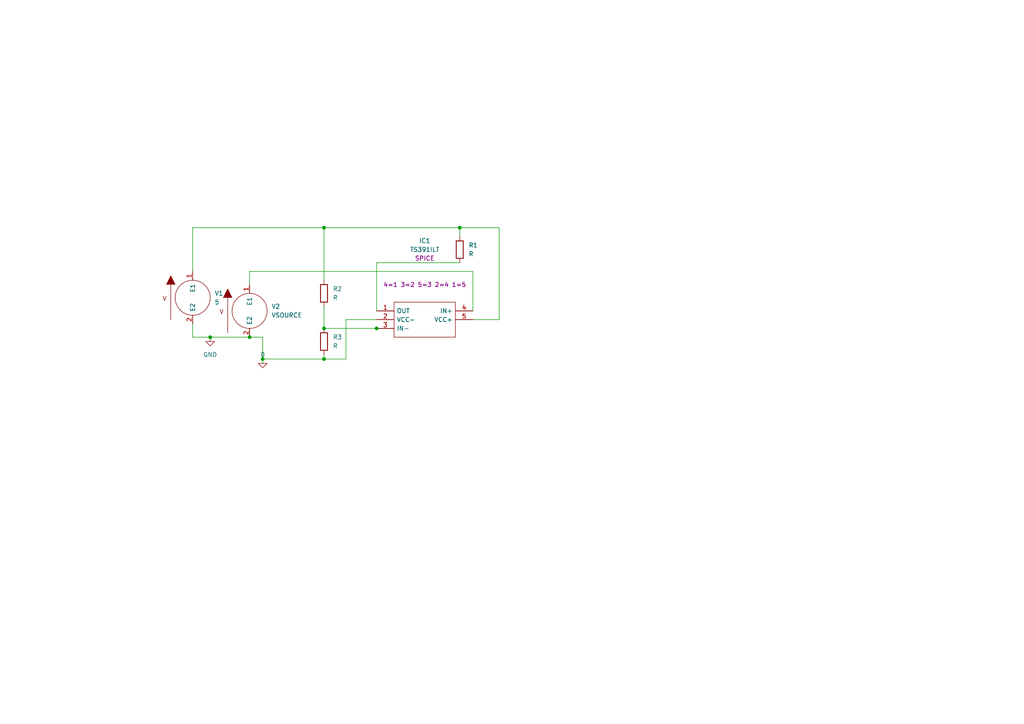
<source format=kicad_sch>
(kicad_sch (version 20211123) (generator eeschema)
  (paper "A4")
  (lib_symbols
    (symbol "Device:R" (pin_numbers hide) (pin_names (offset 0))
      (property "Reference" "R" (at 2.032 0 90))
      (property "Value" "R" (at 0 0 90))
      (symbol "R_0_1"
        (rectangle (start -1.016 -2.54) (end 1.016 2.54) (stroke (width 0.254)))
      )
      (symbol "R_1_1"
        (pin passive line (at 0 3.81 270) (length 1.27) (name "~") (number "1"))
        (pin passive line (at 0 -3.81 90) (length 1.27) (name "~") (number "2"))
      )
    )
    (symbol "EPSA_Lib:TS391ILT" (pin_names (offset 0.762))
      (property "Reference" "IC" (at 38.1 7.62 0))
      (property "Value" "TS391ILT" (at 38.1 5.08 0))
      (property "Spice_Primitive" "X" (at 38.1 7.62 0))
      (property "Spice_Model" "TS391" (at 38.1 7.62 0))
      (property "Spice_Netlist_Enabled" "Y" (at 38.1 7.62 0))
      (property "Spice_Node_Sequence" "5,3,2,1,4" (at 38.1 7.62 0))
      (property "Spice_Lib_File" "C:\\AA_ECL\\EPSA\\Saison 2023\\Git Cloning\\epsa-saison-2023-dir-pro\\Conception\\Composant electronique\\spice model\\Comparateur Simple TS391ILT 0.7\\ts391_spice.lib" (at 38.1 11.43 0))
      (symbol "TS391ILT_0_0"
        (pin passive line (at 0 0 0) (length 5.08) (name "OUT") (number "1"))
        (pin passive line (at 0 -2.54 0) (length 5.08) (name "VCC-") (number "2"))
        (pin passive line (at 0 -5.08 0) (length 5.08) (name "IN-") (number "3"))
        (pin passive line (at 27.94 0 180) (length 5.08) (name "IN+") (number "4"))
        (pin passive line (at 27.94 -2.54 180) (length 5.08) (name "VCC+") (number "5"))
      )
      (symbol "TS391ILT_0_1"
        (polyline (pts (xy 5.08 2.54) (xy 22.86 2.54) (xy 22.86 -7.62) (xy 5.08 -7.62) (xy 5.08 2.54)) (stroke (width 0.1524)))
      )
    )
    (symbol "power:GND" (power) (pin_names (offset 0))
      (property "Value" "GND" (at 0 -3.81 0))
      (symbol "GND_0_1"
        (polyline (pts (xy 0 0) (xy 0 -1.27) (xy 1.27 -1.27) (xy 0 -2.54) (xy -1.27 -1.27) (xy 0 -1.27)))
      )
      (symbol "GND_1_1"
        (pin power_in line (at 0 0 270) (length 0) hide (name "GND") (number "1"))
      )
    )
    (symbol "pspice:0" (power) (pin_names (offset 0))
      (property "Value" "0" (at 0 -1.778 0))
      (symbol "0_0_1"
        (polyline (pts (xy -1.27 0) (xy 0 -1.27) (xy 1.27 0) (xy -1.27 0)))
      )
      (symbol "0_1_1"
        (pin power_in line (at 0 0 0) (length 0) hide (name "0") (number "1"))
      )
    )
    (symbol "pspice:VSOURCE" (pin_names (offset 1.016))
      (property "Reference" "V" (at -6.35 7.62 0))
      (property "Value" "VSOURCE" (at 0 0 0))
      (symbol "VSOURCE_0_1"
        (polyline (pts (xy -6.35 -6.35) (xy -6.35 3.81)) (fill (type outline)))
        (polyline (pts (xy -7.62 3.81) (xy -6.35 6.35) (xy -5.08 3.81)) (fill (type outline)))
        (circle (center 0 0) (radius 5.08))
        (text "V" (at -8.128 -0.254 0) (effects (font (size 1.27 1.27))))
      )
      (symbol "VSOURCE_1_1"
        (pin input line (at 0 7.62 270) (length 2.54) (name "E1") (number "1"))
        (pin input line (at 0 -7.62 90) (length 2.54) (name "E2") (number "2"))
      )
    )
  )
  (junction (at 72.39 97.79))
  (junction (at 133.35 66.04))
  (junction (at 93.98 104.14))
  (junction (at 109.22 95.25))
  (junction (at 76.2 104.14))
  (junction (at 93.98 66.04))
  (junction (at 60.96 97.79))
  (junction (at 93.98 95.25))
  (wire (pts (xy 144.78 66.04) (xy 133.35 66.04)))
  (wire (pts (xy 100.33 92.71) (xy 100.33 104.14)))
  (wire (pts (xy 133.35 76.2) (xy 109.22 76.2)))
  (wire (pts (xy 55.88 93.98) (xy 55.88 97.79)))
  (wire (pts (xy 93.98 95.25) (xy 109.22 95.25)))
  (wire (pts (xy 109.22 92.71) (xy 100.33 92.71)))
  (wire (pts (xy 60.96 97.79) (xy 72.39 97.79)))
  (wire (pts (xy 72.39 78.74) (xy 137.16 78.74)))
  (wire (pts (xy 93.98 81.28) (xy 93.98 66.04)))
  (wire (pts (xy 55.88 97.79) (xy 60.96 97.79)))
  (wire (pts (xy 137.16 78.74) (xy 137.16 90.17)))
  (wire (pts (xy 93.98 104.14) (xy 93.98 102.87)))
  (wire (pts (xy 110.49 95.25) (xy 109.22 95.25)))
  (wire (pts (xy 100.33 104.14) (xy 93.98 104.14)))
  (wire (pts (xy 109.22 76.2) (xy 109.22 90.17)))
  (wire (pts (xy 72.39 82.55) (xy 72.39 78.74)))
  (wire (pts (xy 55.88 78.74) (xy 55.88 66.04)))
  (wire (pts (xy 93.98 104.14) (xy 76.2 104.14)))
  (wire (pts (xy 93.98 66.04) (xy 133.35 66.04)))
  (wire (pts (xy 144.78 92.71) (xy 137.16 92.71)))
  (wire (pts (xy 76.2 97.79) (xy 76.2 104.14)))
  (wire (pts (xy 76.2 105.41) (xy 76.2 104.14)))
  (wire (pts (xy 144.78 66.04) (xy 144.78 92.71)))
  (wire (pts (xy 72.39 97.79) (xy 76.2 97.79)))
  (wire (pts (xy 133.35 66.04) (xy 133.35 68.58)))
  (wire (pts (xy 55.88 66.04) (xy 93.98 66.04)))
  (wire (pts (xy 93.98 88.9) (xy 93.98 95.25)))
  (symbol (lib_id "pspice:0") (at 76.2 105.41 0) (unit 1)
    (property "Reference" "#GND01" (effects hide))
    (property "Value" "0" (at 76.2 102.87 0))
  )
  (symbol (lib_id "EPSA_Lib:TS391ILT") (at 109.22 90.17 0) (unit 1)
    (property "Reference" "IC1" (at 123.19 69.85 0))
    (property "Value" "TS391ILT" (at 123.19 72.39 0))
    (property "Footprint" "SOT95P280X145-5N" (effects hide))
    (property "Datasheet" "http://www.st.com/st-web-ui/static/active/en/resource/technical/document/datasheet/CD00001660.pdf" (effects hide))
    (property "Description" "TS391ILT, Comparator Open Collector 0.3us 12 V, 15 V, 18 V, 24 V, 28 V, 3 V, 5 V, 9 V 5-Pin SOT-23" (effects hide))
    (property "Height" "1.45" (effects hide))
    (property "Manufacturer_Name" "STMicroelectronics" (effects hide))
    (property "Manufacturer_Part_Number" "TS391ILT" (effects hide))
    (property "Mouser Part Number" "511-TS391IL" (effects hide))
    (property "Mouser Price/Stock" "https://www.mouser.co.uk/ProductDetail/STMicroelectronics/TS391ILT?qs=P8h1tZw8GcB9GWR61XM17g%3D%3D" (effects hide))
    (property "Arrow Part Number" "TS391ILT" (effects hide))
    (property "Arrow Price/Stock" "https://www.arrow.com/en/products/ts391ilt/stmicroelectronics?region=europe" (effects hide))
    (property "Spice_Primitive" "X" (at 123.19 74.93 0))
    (property "Spice_Model" "TS391" (at 123.19 77.47 0))
    (property "Spice_Netlist_Enabled" "Y" (at 123.19 80.01 0))
    (property "Spice_Node_Sequence" "4,3,5,2,1" (at 123.19 82.55 0))
    (property "Spice_Lib_File" "C:\\AA_ECL\\EPSA\\Saison 2023\\Git Cloning\\epsa-saison-2023-dir-pro\\Conception\\Composant electronique\\spice model\\Comparateur Simple TS391ILT 0.7\\ts391_spice.lib" (at 106.68 115.57 0))
  )
  (symbol (lib_id "Device:R") (at 93.98 99.06 0) (unit 1)
    (property "Reference" "R3" (at 96.52 97.7899 0) (effects (justify left)))
    (property "Value" "R" (at 96.52 100.3299 0) (effects (justify left)))
    (property "Spice_Primitive" "R" (effects hide))
    (property "Spice_Model" "5k" (at 93.98 99.06 0))
    (property "Spice_Netlist_Enabled" "Y" (effects hide))
  )
  (symbol (lib_id "pspice:VSOURCE") (at 55.88 86.36 0) (unit 1)
    (property "Reference" "V1" (at 62.23 85.0899 0) (effects (justify left)))
    (property "Value" "VSOURCE" (at 62.23 87.6299 0) (effects (justify left)))
    (property "Spice_Primitive" "V" (effects hide))
    (property "Spice_Model" "dc 5" (effects hide))
    (property "Spice_Netlist_Enabled" "Y" (effects hide))
  )
  (symbol (lib_id "Device:R") (at 93.98 85.09 0) (unit 1)
    (property "Reference" "R2" (at 96.52 83.8199 0) (effects (justify left)))
    (property "Value" "R" (at 96.52 86.3599 0) (effects (justify left)))
    (property "Spice_Primitive" "R" (effects hide))
    (property "Spice_Model" "5k" (at 93.98 85.09 0))
    (property "Spice_Netlist_Enabled" "Y" (effects hide))
  )
  (symbol (lib_id "pspice:VSOURCE") (at 72.39 90.17 0) (unit 1)
    (property "Reference" "V2" (at 78.74 88.8999 0) (effects (justify left)))
    (property "Value" "VSOURCE" (at 78.74 91.4399 0) (effects (justify left)))
    (property "Spice_Primitive" "V" (effects hide))
    (property "Spice_Model" "pulse(2 4 1 500m 500m 1 3)" (effects hide))
    (property "Spice_Netlist_Enabled" "Y" (effects hide))
  )
  (symbol (lib_id "Device:R") (at 133.35 72.39 0) (unit 1)
    (property "Reference" "R1" (at 135.89 71.1199 0) (effects (justify left)))
    (property "Value" "R" (at 135.89 73.6599 0) (effects (justify left)))
    (property "Spice_Primitive" "R" (effects hide))
    (property "Spice_Model" "5k" (at 133.35 72.39 0))
    (property "Spice_Netlist_Enabled" "Y" (effects hide))
  )
  (symbol (lib_id "power:GND") (at 60.96 97.79 0) (unit 1)
    (property "Reference" "#PWR01" (effects hide))
    (property "Value" "GND" (at 60.96 102.87 0))
  )
)
</source>
